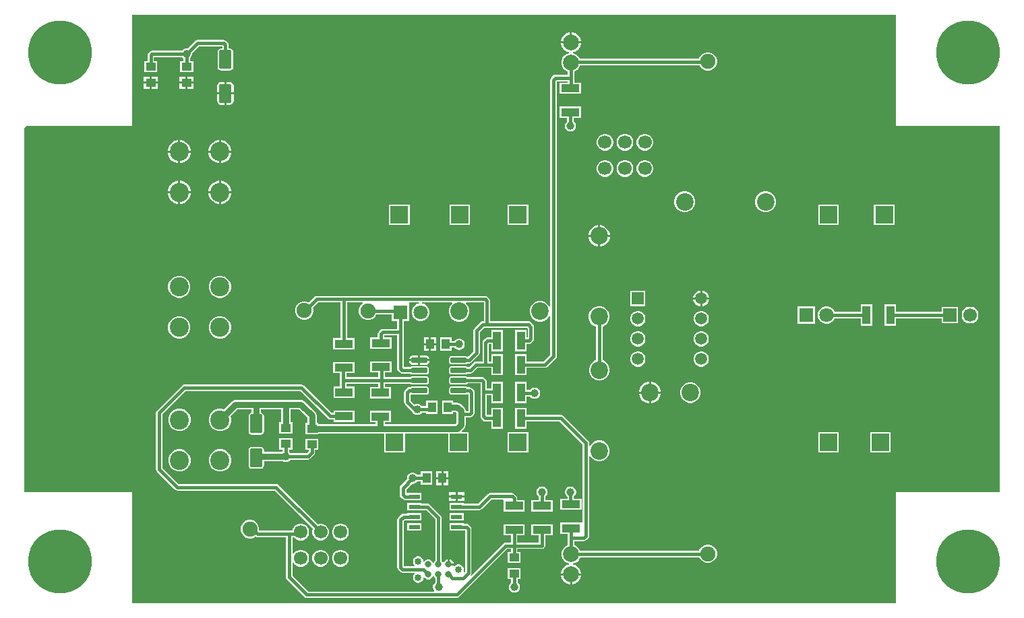
<source format=gbr>
G04*
G04 #@! TF.GenerationSoftware,Altium Limited,Altium Designer,24.1.2 (44)*
G04*
G04 Layer_Physical_Order=2*
G04 Layer_Color=8978557*
%FSLAX44Y44*%
%MOMM*%
G71*
G04*
G04 #@! TF.SameCoordinates,10F89063-6A89-4F28-B77B-1E7584C9D983*
G04*
G04*
G04 #@! TF.FilePolarity,Positive*
G04*
G01*
G75*
%ADD16C,0.2540*%
%ADD29C,0.8500*%
%ADD34C,0.4000*%
%ADD35C,1.9000*%
%ADD36C,2.0000*%
%ADD37C,1.8000*%
%ADD38R,1.8000X1.8000*%
%ADD39C,1.7000*%
%ADD40R,1.5000X1.5000*%
%ADD41C,1.5000*%
%ADD42C,2.4000*%
%ADD43C,8.0000*%
%ADD44R,1.7000X1.7000*%
%ADD45C,2.1996*%
%ADD46R,2.2000X2.2000*%
%ADD47R,2.2000X2.2000*%
%ADD48C,2.2000*%
%ADD49C,1.0000*%
%ADD50R,1.0160X2.2606*%
%ADD51R,2.2606X1.0160*%
%ADD52R,1.3970X0.5588*%
%ADD53R,1.2500X1.0000*%
%ADD54R,1.0000X1.2500*%
G04:AMPARAMS|DCode=55|XSize=2.33mm|YSize=1.55mm|CornerRadius=0.1938mm|HoleSize=0mm|Usage=FLASHONLY|Rotation=90.000|XOffset=0mm|YOffset=0mm|HoleType=Round|Shape=RoundedRectangle|*
%AMROUNDEDRECTD55*
21,1,2.3300,1.1625,0,0,90.0*
21,1,1.9425,1.5500,0,0,90.0*
1,1,0.3875,0.5813,0.9712*
1,1,0.3875,0.5813,-0.9712*
1,1,0.3875,-0.5813,-0.9712*
1,1,0.3875,-0.5813,0.9712*
%
%ADD55ROUNDEDRECTD55*%
G04:AMPARAMS|DCode=56|XSize=1.97mm|YSize=0.6mm|CornerRadius=0.075mm|HoleSize=0mm|Usage=FLASHONLY|Rotation=180.000|XOffset=0mm|YOffset=0mm|HoleType=Round|Shape=RoundedRectangle|*
%AMROUNDEDRECTD56*
21,1,1.9700,0.4500,0,0,180.0*
21,1,1.8200,0.6000,0,0,180.0*
1,1,0.1500,-0.9100,0.2250*
1,1,0.1500,0.9100,0.2250*
1,1,0.1500,0.9100,-0.2250*
1,1,0.1500,-0.9100,-0.2250*
%
%ADD56ROUNDEDRECTD56*%
%ADD57C,0.8000*%
%ADD58C,0.7620*%
G36*
X1130000Y627500D02*
X1260000D01*
Y167500D01*
X1130000D01*
Y27500D01*
X170000D01*
Y167500D01*
X35000D01*
Y625000D01*
X37500Y627500D01*
X170000D01*
Y767500D01*
X1130000D01*
Y627500D01*
D02*
G37*
%LPC*%
G36*
X285157Y736078D02*
X285157Y736078D01*
X252250D01*
X252250Y736078D01*
X250689Y735768D01*
X249366Y734884D01*
X239667Y725184D01*
X239422Y725250D01*
X237578D01*
X235798Y724773D01*
X234202Y723851D01*
X232899Y722548D01*
X232772Y722328D01*
X195238D01*
X193677Y722018D01*
X192354Y721134D01*
X192354Y721134D01*
X190866Y719646D01*
X189982Y718323D01*
X189672Y716762D01*
X189672Y716762D01*
Y709250D01*
X185500D01*
Y695250D01*
X202000D01*
Y709250D01*
X197829D01*
Y714172D01*
X232772D01*
X232899Y713952D01*
X234202Y712649D01*
X234672Y712377D01*
Y709250D01*
X230500D01*
Y695250D01*
X247000D01*
Y709250D01*
X242828D01*
Y712679D01*
X244101Y713952D01*
X245023Y715548D01*
X245500Y717328D01*
Y719172D01*
X245434Y719417D01*
X253939Y727922D01*
X283422D01*
Y725077D01*
X281688D01*
X280151Y724771D01*
X278849Y723901D01*
X277978Y722599D01*
X277673Y721062D01*
Y701637D01*
X277978Y700101D01*
X278849Y698799D01*
X280151Y697928D01*
X281688Y697623D01*
X293312D01*
X294849Y697928D01*
X296151Y698799D01*
X297022Y700101D01*
X297327Y701637D01*
Y721062D01*
X297022Y722599D01*
X296151Y723901D01*
X294849Y724771D01*
X293312Y725077D01*
X291578D01*
Y729657D01*
X291268Y731218D01*
X290384Y732541D01*
X290384Y732541D01*
X288041Y734884D01*
X286718Y735768D01*
X286459Y735819D01*
X285157Y736078D01*
D02*
G37*
G36*
X722991Y745490D02*
X722610D01*
Y734220D01*
X733880D01*
Y734601D01*
X733026Y737790D01*
X731375Y740650D01*
X729040Y742984D01*
X726180Y744635D01*
X722991Y745490D01*
D02*
G37*
G36*
X720070D02*
X719689D01*
X716500Y744635D01*
X713640Y742984D01*
X711306Y740650D01*
X709655Y737790D01*
X708800Y734601D01*
Y734220D01*
X720070D01*
Y745490D01*
D02*
G37*
G36*
X733880Y731680D02*
X721340D01*
X708800D01*
Y731299D01*
X709655Y728110D01*
X711306Y725250D01*
X713640Y722915D01*
X716500Y721265D01*
X718876Y720628D01*
Y719313D01*
X716708Y718732D01*
X713972Y717152D01*
X711738Y714918D01*
X710158Y712182D01*
X709340Y709130D01*
Y705970D01*
X710158Y702918D01*
X711738Y700182D01*
X713972Y697948D01*
X716708Y696368D01*
X717262Y696219D01*
Y692228D01*
X701928D01*
X700368Y691918D01*
X699044Y691034D01*
X699044Y691034D01*
X696701Y688691D01*
X695817Y687368D01*
X695507Y685807D01*
X695507Y685807D01*
Y400845D01*
X694237Y400504D01*
X692951Y402731D01*
X690531Y405151D01*
X687567Y406862D01*
X684261Y407748D01*
X680839D01*
X677533Y406862D01*
X674569Y405151D01*
X672149Y402731D01*
X670438Y399767D01*
X669552Y396461D01*
Y393039D01*
X670438Y389733D01*
X672149Y386769D01*
X674569Y384349D01*
X677533Y382638D01*
X680839Y381752D01*
X684261D01*
X687567Y382638D01*
X690531Y384349D01*
X692951Y386769D01*
X694237Y388996D01*
X695507Y388655D01*
Y340274D01*
X687061Y331828D01*
X665580D01*
Y341053D01*
X651420D01*
Y314447D01*
X665580D01*
Y323672D01*
X688750D01*
X688750Y323672D01*
X690311Y323982D01*
X691634Y324866D01*
X702469Y335701D01*
X702469Y335701D01*
X703353Y337024D01*
X703663Y338585D01*
X703663Y338585D01*
Y684072D01*
X717262D01*
Y682330D01*
X707447D01*
Y668170D01*
X734053D01*
Y682330D01*
X725418D01*
Y687750D01*
X725379Y687950D01*
X725418Y688150D01*
Y696219D01*
X725972Y696368D01*
X728708Y697948D01*
X730943Y700182D01*
X732522Y702918D01*
X732865Y704197D01*
X882994D01*
X884298Y701939D01*
X886439Y699798D01*
X889061Y698284D01*
X891986Y697500D01*
X895014D01*
X897939Y698284D01*
X900561Y699798D01*
X902702Y701939D01*
X904216Y704561D01*
X905000Y707486D01*
Y710514D01*
X904216Y713439D01*
X902702Y716061D01*
X900561Y718202D01*
X897939Y719716D01*
X895014Y720500D01*
X891986D01*
X889061Y719716D01*
X886439Y718202D01*
X884298Y716061D01*
X882784Y713439D01*
X882493Y712353D01*
X732423D01*
X730943Y714918D01*
X728708Y717152D01*
X725972Y718732D01*
X723804Y719313D01*
Y720628D01*
X726180Y721265D01*
X729040Y722915D01*
X731375Y725250D01*
X733026Y728110D01*
X733880Y731299D01*
Y731680D01*
D02*
G37*
G36*
X202540Y689790D02*
X195020D01*
Y683520D01*
X202540D01*
Y689790D01*
D02*
G37*
G36*
X192480D02*
X184960D01*
Y683520D01*
X192480D01*
Y689790D01*
D02*
G37*
G36*
X247540Y689790D02*
X240020D01*
Y683520D01*
X247540D01*
Y689790D01*
D02*
G37*
G36*
X237480D02*
X229960D01*
Y683520D01*
X237480D01*
Y689790D01*
D02*
G37*
G36*
X202540Y680980D02*
X195020D01*
Y674710D01*
X202540D01*
Y680980D01*
D02*
G37*
G36*
X192480D02*
X184960D01*
Y674710D01*
X192480D01*
Y680980D01*
D02*
G37*
G36*
X247540Y680980D02*
X240020D01*
Y674710D01*
X247540D01*
Y680980D01*
D02*
G37*
G36*
X237480D02*
X229960D01*
Y674710D01*
X237480D01*
Y680980D01*
D02*
G37*
G36*
X293312Y682928D02*
X288770D01*
Y669920D01*
X297878D01*
Y678363D01*
X297530Y680109D01*
X296541Y681591D01*
X295060Y682580D01*
X293312Y682928D01*
D02*
G37*
G36*
X286230D02*
X281688D01*
X279940Y682580D01*
X278459Y681591D01*
X277470Y680109D01*
X277122Y678363D01*
Y669920D01*
X286230D01*
Y682928D01*
D02*
G37*
G36*
X297878Y667380D02*
X288770D01*
Y654372D01*
X293312D01*
X295060Y654720D01*
X296541Y655709D01*
X297530Y657190D01*
X297878Y658938D01*
Y667380D01*
D02*
G37*
G36*
X286230D02*
X277122D01*
Y658938D01*
X277470Y657190D01*
X278459Y655709D01*
X279940Y654720D01*
X281688Y654372D01*
X286230D01*
Y667380D01*
D02*
G37*
G36*
X734053Y652330D02*
X707447D01*
Y638170D01*
X716672D01*
Y633478D01*
X716452Y633351D01*
X715149Y632048D01*
X714227Y630452D01*
X713750Y628671D01*
Y626828D01*
X714227Y625048D01*
X715149Y623452D01*
X716452Y622149D01*
X718048Y621227D01*
X719828Y620750D01*
X721672D01*
X723452Y621227D01*
X725048Y622149D01*
X726351Y623452D01*
X727273Y625048D01*
X727750Y626828D01*
Y628671D01*
X727273Y630452D01*
X726351Y632048D01*
X725048Y633351D01*
X724828Y633478D01*
Y638170D01*
X734053D01*
Y652330D01*
D02*
G37*
G36*
X282414Y610040D02*
X281770D01*
Y596770D01*
X295040D01*
Y597414D01*
X294049Y601112D01*
X292135Y604428D01*
X289428Y607135D01*
X286112Y609049D01*
X282414Y610040D01*
D02*
G37*
G36*
X231414D02*
X230770D01*
Y596770D01*
X244040D01*
Y597414D01*
X243049Y601112D01*
X241135Y604428D01*
X238428Y607135D01*
X235112Y609049D01*
X231414Y610040D01*
D02*
G37*
G36*
X228230D02*
X227586D01*
X223888Y609049D01*
X220572Y607135D01*
X217865Y604428D01*
X215951Y601112D01*
X214960Y597414D01*
Y596770D01*
X228230D01*
Y610040D01*
D02*
G37*
G36*
X279230D02*
X278586D01*
X274888Y609049D01*
X271572Y607135D01*
X268865Y604428D01*
X266951Y601112D01*
X265960Y597414D01*
Y596770D01*
X279230D01*
Y610040D01*
D02*
G37*
G36*
X815632Y617750D02*
X812868D01*
X810197Y617034D01*
X807803Y615652D01*
X805848Y613697D01*
X804466Y611303D01*
X803750Y608632D01*
Y605868D01*
X804466Y603197D01*
X805848Y600803D01*
X807803Y598848D01*
X810197Y597466D01*
X812868Y596750D01*
X815632D01*
X818303Y597466D01*
X820697Y598848D01*
X822652Y600803D01*
X824034Y603197D01*
X824750Y605868D01*
Y608632D01*
X824034Y611303D01*
X822652Y613697D01*
X820697Y615652D01*
X818303Y617034D01*
X815632Y617750D01*
D02*
G37*
G36*
X790632D02*
X787868D01*
X785197Y617034D01*
X782803Y615652D01*
X780848Y613697D01*
X779466Y611303D01*
X778750Y608632D01*
Y605868D01*
X779466Y603197D01*
X780848Y600803D01*
X782803Y598848D01*
X785197Y597466D01*
X787868Y596750D01*
X790632D01*
X793303Y597466D01*
X795697Y598848D01*
X797652Y600803D01*
X799034Y603197D01*
X799750Y605868D01*
Y608632D01*
X799034Y611303D01*
X797652Y613697D01*
X795697Y615652D01*
X793303Y617034D01*
X790632Y617750D01*
D02*
G37*
G36*
X765632D02*
X762868D01*
X760197Y617034D01*
X757803Y615652D01*
X755848Y613697D01*
X754466Y611303D01*
X753750Y608632D01*
Y605868D01*
X754466Y603197D01*
X755848Y600803D01*
X757803Y598848D01*
X760197Y597466D01*
X762868Y596750D01*
X765632D01*
X768303Y597466D01*
X770697Y598848D01*
X772652Y600803D01*
X774034Y603197D01*
X774750Y605868D01*
Y608632D01*
X774034Y611303D01*
X772652Y613697D01*
X770697Y615652D01*
X768303Y617034D01*
X765632Y617750D01*
D02*
G37*
G36*
X295040Y594230D02*
X281770D01*
Y580960D01*
X282414D01*
X286112Y581951D01*
X289428Y583865D01*
X292135Y586572D01*
X294049Y589888D01*
X295040Y593586D01*
Y594230D01*
D02*
G37*
G36*
X279230D02*
X265960D01*
Y593586D01*
X266951Y589888D01*
X268865Y586572D01*
X271572Y583865D01*
X274888Y581951D01*
X278586Y580960D01*
X279230D01*
Y594230D01*
D02*
G37*
G36*
X244040D02*
X230770D01*
Y580960D01*
X231414D01*
X235112Y581951D01*
X238428Y583865D01*
X241135Y586572D01*
X243049Y589888D01*
X244040Y593586D01*
Y594230D01*
D02*
G37*
G36*
X228230D02*
X214960D01*
Y593586D01*
X215951Y589888D01*
X217865Y586572D01*
X220572Y583865D01*
X223888Y581951D01*
X227586Y580960D01*
X228230D01*
Y594230D01*
D02*
G37*
G36*
X815632Y584750D02*
X812868D01*
X810197Y584034D01*
X807803Y582652D01*
X805848Y580697D01*
X804466Y578303D01*
X803750Y575632D01*
Y572868D01*
X804466Y570197D01*
X805848Y567803D01*
X807803Y565848D01*
X810197Y564466D01*
X812868Y563750D01*
X815632D01*
X818303Y564466D01*
X820697Y565848D01*
X822652Y567803D01*
X824034Y570197D01*
X824750Y572868D01*
Y575632D01*
X824034Y578303D01*
X822652Y580697D01*
X820697Y582652D01*
X818303Y584034D01*
X815632Y584750D01*
D02*
G37*
G36*
X790632D02*
X787868D01*
X785197Y584034D01*
X782803Y582652D01*
X780848Y580697D01*
X779466Y578303D01*
X778750Y575632D01*
Y572868D01*
X779466Y570197D01*
X780848Y567803D01*
X782803Y565848D01*
X785197Y564466D01*
X787868Y563750D01*
X790632D01*
X793303Y564466D01*
X795697Y565848D01*
X797652Y567803D01*
X799034Y570197D01*
X799750Y572868D01*
Y575632D01*
X799034Y578303D01*
X797652Y580697D01*
X795697Y582652D01*
X793303Y584034D01*
X790632Y584750D01*
D02*
G37*
G36*
X765632D02*
X762868D01*
X760197Y584034D01*
X757803Y582652D01*
X755848Y580697D01*
X754466Y578303D01*
X753750Y575632D01*
Y572868D01*
X754466Y570197D01*
X755848Y567803D01*
X757803Y565848D01*
X760197Y564466D01*
X762868Y563750D01*
X765632D01*
X768303Y564466D01*
X770697Y565848D01*
X772652Y567803D01*
X774034Y570197D01*
X774750Y572868D01*
Y575632D01*
X774034Y578303D01*
X772652Y580697D01*
X770697Y582652D01*
X768303Y584034D01*
X765632Y584750D01*
D02*
G37*
G36*
X282414Y559040D02*
X281770D01*
Y545770D01*
X295040D01*
Y546414D01*
X294049Y550112D01*
X292135Y553428D01*
X289428Y556135D01*
X286112Y558049D01*
X282414Y559040D01*
D02*
G37*
G36*
X231414D02*
X230770D01*
Y545770D01*
X244040D01*
Y546414D01*
X243049Y550112D01*
X241135Y553428D01*
X238428Y556135D01*
X235112Y558049D01*
X231414Y559040D01*
D02*
G37*
G36*
X228230D02*
X227586D01*
X223888Y558049D01*
X220572Y556135D01*
X217865Y553428D01*
X215951Y550112D01*
X214960Y546414D01*
Y545770D01*
X228230D01*
Y559040D01*
D02*
G37*
G36*
X279230D02*
X278586D01*
X274888Y558049D01*
X271572Y556135D01*
X268865Y553428D01*
X266951Y550112D01*
X265960Y546414D01*
Y545770D01*
X279230D01*
Y559040D01*
D02*
G37*
G36*
X295040Y543230D02*
X281770D01*
Y529960D01*
X282414D01*
X286112Y530951D01*
X289428Y532865D01*
X292135Y535572D01*
X294049Y538888D01*
X295040Y542586D01*
Y543230D01*
D02*
G37*
G36*
X279230D02*
X265960D01*
Y542586D01*
X266951Y538888D01*
X268865Y535572D01*
X271572Y532865D01*
X274888Y530951D01*
X278586Y529960D01*
X279230D01*
Y543230D01*
D02*
G37*
G36*
X244040D02*
X230770D01*
Y529960D01*
X231414D01*
X235112Y530951D01*
X238428Y532865D01*
X241135Y535572D01*
X243049Y538888D01*
X244040Y542586D01*
Y543230D01*
D02*
G37*
G36*
X228230D02*
X214960D01*
Y542586D01*
X215951Y538888D01*
X217865Y535572D01*
X220572Y532865D01*
X223888Y530951D01*
X227586Y529960D01*
X228230D01*
Y543230D01*
D02*
G37*
G36*
X967511Y545498D02*
X964089D01*
X960783Y544612D01*
X957819Y542901D01*
X955399Y540481D01*
X953688Y537517D01*
X952802Y534211D01*
Y530789D01*
X953688Y527483D01*
X955399Y524519D01*
X957819Y522099D01*
X960783Y520388D01*
X964089Y519502D01*
X967511D01*
X970817Y520388D01*
X973781Y522099D01*
X976201Y524519D01*
X977912Y527483D01*
X978798Y530789D01*
Y534211D01*
X977912Y537517D01*
X976201Y540481D01*
X973781Y542901D01*
X970817Y544612D01*
X967511Y545498D01*
D02*
G37*
G36*
X865911D02*
X862489D01*
X859183Y544612D01*
X856219Y542901D01*
X853799Y540481D01*
X852088Y537517D01*
X851202Y534211D01*
Y530789D01*
X852088Y527483D01*
X853799Y524519D01*
X856219Y522099D01*
X859183Y520388D01*
X862489Y519502D01*
X865911D01*
X869217Y520388D01*
X872181Y522099D01*
X874601Y524519D01*
X876312Y527483D01*
X877198Y530789D01*
Y534211D01*
X876312Y537517D01*
X874601Y540481D01*
X872181Y542901D01*
X869217Y544612D01*
X865911Y545498D01*
D02*
G37*
G36*
X594750Y529250D02*
X568750D01*
Y503250D01*
X594750D01*
Y529250D01*
D02*
G37*
G36*
X1128000Y529250D02*
X1102000D01*
Y503250D01*
X1128000D01*
Y529250D01*
D02*
G37*
G36*
X1058000D02*
X1032000D01*
Y503250D01*
X1058000D01*
Y529250D01*
D02*
G37*
G36*
X667745Y529249D02*
X641745D01*
Y503249D01*
X667745D01*
Y529249D01*
D02*
G37*
G36*
X518745D02*
X492745D01*
Y503249D01*
X518745D01*
Y529249D01*
D02*
G37*
G36*
X758532Y503088D02*
X758020D01*
Y490820D01*
X770288D01*
Y491332D01*
X769366Y494776D01*
X767583Y497863D01*
X765063Y500383D01*
X761976Y502166D01*
X758532Y503088D01*
D02*
G37*
G36*
X755480D02*
X754968D01*
X751525Y502166D01*
X748437Y500383D01*
X745917Y497863D01*
X744134Y494776D01*
X743212Y491332D01*
Y490820D01*
X755480D01*
Y503088D01*
D02*
G37*
G36*
X770288Y488280D02*
X758020D01*
Y476012D01*
X758532D01*
X761976Y476934D01*
X765063Y478717D01*
X767583Y481237D01*
X769366Y484324D01*
X770288Y487768D01*
Y488280D01*
D02*
G37*
G36*
X755480D02*
X743212D01*
Y487768D01*
X744134Y484324D01*
X745917Y481237D01*
X748437Y478717D01*
X751525Y476934D01*
X754968Y476012D01*
X755480D01*
Y488280D01*
D02*
G37*
G36*
X886272Y420890D02*
X886220D01*
Y412120D01*
X894990D01*
Y412172D01*
X894306Y414725D01*
X892984Y417015D01*
X891115Y418884D01*
X888825Y420206D01*
X886272Y420890D01*
D02*
G37*
G36*
X883680D02*
X883628D01*
X881075Y420206D01*
X878785Y418884D01*
X876916Y417015D01*
X875594Y414725D01*
X874910Y412172D01*
Y412120D01*
X883680D01*
Y420890D01*
D02*
G37*
G36*
X282343Y439500D02*
X278657D01*
X275096Y438546D01*
X271904Y436703D01*
X269297Y434096D01*
X267454Y430904D01*
X266500Y427343D01*
Y423657D01*
X267454Y420096D01*
X269297Y416904D01*
X271904Y414297D01*
X275096Y412454D01*
X278657Y411500D01*
X282343D01*
X285904Y412454D01*
X289096Y414297D01*
X291703Y416904D01*
X293546Y420096D01*
X294500Y423657D01*
Y427343D01*
X293546Y430904D01*
X291703Y434096D01*
X289096Y436703D01*
X285904Y438546D01*
X282343Y439500D01*
D02*
G37*
G36*
X231343D02*
X227657D01*
X224096Y438546D01*
X220904Y436703D01*
X218297Y434096D01*
X216454Y430904D01*
X215500Y427343D01*
Y423657D01*
X216454Y420096D01*
X218297Y416904D01*
X220904Y414297D01*
X224096Y412454D01*
X227657Y411500D01*
X231343D01*
X234904Y412454D01*
X238096Y414297D01*
X240703Y416904D01*
X242546Y420096D01*
X243500Y423657D01*
Y427343D01*
X242546Y430904D01*
X240703Y434096D01*
X238096Y436703D01*
X234904Y438546D01*
X231343Y439500D01*
D02*
G37*
G36*
X613657Y414078D02*
X613657Y414078D01*
X402000D01*
X400439Y413768D01*
X399116Y412884D01*
X399116Y412884D01*
X392054Y405822D01*
X390939Y406466D01*
X388014Y407250D01*
X384986D01*
X382061Y406466D01*
X379439Y404952D01*
X377298Y402811D01*
X375784Y400189D01*
X375000Y397264D01*
Y394236D01*
X375784Y391311D01*
X377298Y388689D01*
X379439Y386548D01*
X382061Y385034D01*
X384986Y384250D01*
X388014D01*
X390939Y385034D01*
X393561Y386548D01*
X395702Y388689D01*
X397216Y391311D01*
X398000Y394236D01*
Y397264D01*
X397373Y399605D01*
X403689Y405922D01*
X432172D01*
Y361080D01*
X422947D01*
Y346920D01*
X449553D01*
Y361080D01*
X440328D01*
Y405922D01*
X459530D01*
X459859Y404695D01*
X459439Y404452D01*
X457298Y402311D01*
X455784Y399689D01*
X455000Y396764D01*
Y393736D01*
X455784Y390811D01*
X457298Y388189D01*
X459439Y386048D01*
X462061Y384534D01*
X464986Y383750D01*
X468014D01*
X470939Y384534D01*
X473561Y386048D01*
X475702Y388189D01*
X477216Y390811D01*
X477313Y391172D01*
X496050D01*
Y382750D01*
X502972D01*
Y372578D01*
X485093D01*
X483532Y372268D01*
X482209Y371384D01*
X482209Y371384D01*
X479866Y369041D01*
X478982Y367718D01*
X478672Y366157D01*
X478672Y366157D01*
Y361830D01*
X469447D01*
Y347670D01*
X496053D01*
Y361830D01*
X486828D01*
Y364422D01*
X502972D01*
Y322935D01*
X502972Y322935D01*
X503282Y321374D01*
X504166Y320051D01*
X506509Y317708D01*
X506509Y317708D01*
X507832Y316824D01*
X509393Y316513D01*
X519802D01*
X519905Y316359D01*
X520815Y315751D01*
X521888Y315538D01*
X540088D01*
X541161Y315751D01*
X542070Y316359D01*
X542678Y317269D01*
X542892Y318342D01*
Y322841D01*
X542678Y323914D01*
X542070Y324824D01*
X541161Y325432D01*
X540088Y325645D01*
X521888D01*
X520815Y325432D01*
X519905Y324824D01*
X519802Y324670D01*
X511128D01*
Y368500D01*
Y382750D01*
X518050D01*
Y404750D01*
X518050D01*
X518288Y405922D01*
X530467D01*
X530635Y404652D01*
X528204Y404000D01*
X525696Y402552D01*
X523648Y400504D01*
X522200Y397996D01*
X521450Y395198D01*
Y392302D01*
X522200Y389504D01*
X523648Y386996D01*
X525696Y384948D01*
X528204Y383500D01*
X531002Y382750D01*
X533898D01*
X536696Y383500D01*
X539204Y384948D01*
X541252Y386996D01*
X542700Y389504D01*
X543450Y392302D01*
Y395198D01*
X542700Y397996D01*
X541252Y400504D01*
X539204Y402552D01*
X536696Y404000D01*
X534265Y404652D01*
X534433Y405922D01*
X571943D01*
X572469Y404652D01*
X570549Y402731D01*
X568838Y399767D01*
X567952Y396461D01*
Y393039D01*
X568838Y389733D01*
X570549Y386769D01*
X572969Y384349D01*
X575933Y382638D01*
X579239Y381752D01*
X582661D01*
X585967Y382638D01*
X588931Y384349D01*
X591351Y386769D01*
X593062Y389733D01*
X593948Y393039D01*
Y396461D01*
X593062Y399767D01*
X591351Y402731D01*
X589431Y404652D01*
X589957Y405922D01*
X611922D01*
Y382453D01*
X610750Y382328D01*
X609189Y382018D01*
X607866Y381134D01*
X600116Y373384D01*
X599232Y372061D01*
X598922Y370500D01*
X598922Y370500D01*
Y344439D01*
X592601Y338118D01*
X591470Y337524D01*
X590561Y338132D01*
X589488Y338345D01*
X571288D01*
X570215Y338132D01*
X569305Y337524D01*
X568697Y336614D01*
X568484Y335541D01*
Y331041D01*
X568697Y329968D01*
X569305Y329059D01*
X570215Y328451D01*
X571288Y328238D01*
X589488D01*
X590561Y328451D01*
X591470Y329059D01*
X591573Y329213D01*
X593541D01*
X593541Y329213D01*
X595102Y329524D01*
X596425Y330408D01*
X605884Y339866D01*
X605884Y339866D01*
X606768Y341189D01*
X607078Y342750D01*
Y368811D01*
X612439Y374172D01*
X666061D01*
X666922Y373311D01*
Y361828D01*
X665580D01*
Y371053D01*
X651420D01*
Y344447D01*
X665580D01*
Y353672D01*
X668657D01*
X668657Y353672D01*
X670218Y353982D01*
X671541Y354866D01*
X673884Y357209D01*
X673884Y357209D01*
X674768Y358532D01*
X675078Y360093D01*
Y375000D01*
X675078Y375000D01*
X674768Y376561D01*
X673884Y377884D01*
X670634Y381134D01*
X669311Y382018D01*
X667750Y382328D01*
X667750Y382328D01*
X620078D01*
Y407657D01*
X619768Y409218D01*
X618884Y410541D01*
X618884Y410541D01*
X616541Y412884D01*
X615218Y413768D01*
X614959Y413819D01*
X613657Y414078D01*
D02*
G37*
G36*
X815050Y420350D02*
X796050D01*
Y401350D01*
X815050D01*
Y420350D01*
D02*
G37*
G36*
X894990Y409580D02*
X886220D01*
Y400810D01*
X886272D01*
X888825Y401494D01*
X891115Y402816D01*
X892984Y404685D01*
X894306Y406975D01*
X894990Y409528D01*
Y409580D01*
D02*
G37*
G36*
X883680D02*
X874910D01*
Y409528D01*
X875594Y406975D01*
X876916Y404685D01*
X878785Y402816D01*
X881075Y401494D01*
X883628Y400810D01*
X883680D01*
Y409580D01*
D02*
G37*
G36*
X1099580Y403303D02*
X1085420D01*
Y394078D01*
X1052995D01*
X1052950Y394246D01*
X1051502Y396754D01*
X1049454Y398802D01*
X1046946Y400250D01*
X1044148Y401000D01*
X1041252D01*
X1038454Y400250D01*
X1035946Y398802D01*
X1033898Y396754D01*
X1032450Y394246D01*
X1031700Y391448D01*
Y388552D01*
X1032450Y385754D01*
X1033898Y383246D01*
X1035946Y381198D01*
X1038454Y379750D01*
X1041252Y379000D01*
X1044148D01*
X1046946Y379750D01*
X1049454Y381198D01*
X1051502Y383246D01*
X1052950Y385754D01*
X1052995Y385922D01*
X1085420D01*
Y376697D01*
X1099580D01*
Y403303D01*
D02*
G37*
G36*
X1224082Y400500D02*
X1221318D01*
X1218647Y399784D01*
X1216253Y398402D01*
X1214298Y396447D01*
X1212916Y394053D01*
X1212200Y391382D01*
Y388618D01*
X1212916Y385947D01*
X1214298Y383553D01*
X1216253Y381598D01*
X1218647Y380216D01*
X1221318Y379500D01*
X1224082D01*
X1226753Y380216D01*
X1229147Y381598D01*
X1231102Y383553D01*
X1232484Y385947D01*
X1233200Y388618D01*
Y391382D01*
X1232484Y394053D01*
X1231102Y396447D01*
X1229147Y398402D01*
X1226753Y399784D01*
X1224082Y400500D01*
D02*
G37*
G36*
X1129580Y403303D02*
X1115420D01*
Y376697D01*
X1129580D01*
Y385922D01*
X1186800D01*
Y379500D01*
X1207800D01*
Y400500D01*
X1186800D01*
Y394078D01*
X1129580D01*
Y403303D01*
D02*
G37*
G36*
X1028300Y401000D02*
X1006300D01*
Y379000D01*
X1028300D01*
Y401000D01*
D02*
G37*
G36*
X886201Y394950D02*
X883699D01*
X881283Y394303D01*
X879117Y393052D01*
X877348Y391283D01*
X876097Y389117D01*
X875450Y386701D01*
Y384199D01*
X876097Y381783D01*
X877348Y379617D01*
X879117Y377848D01*
X881283Y376597D01*
X883699Y375950D01*
X886201D01*
X888617Y376597D01*
X890783Y377848D01*
X892552Y379617D01*
X893803Y381783D01*
X894450Y384199D01*
Y386701D01*
X893803Y389117D01*
X892552Y391283D01*
X890783Y393052D01*
X888617Y394303D01*
X886201Y394950D01*
D02*
G37*
G36*
X806801D02*
X804299D01*
X801883Y394303D01*
X799717Y393052D01*
X797948Y391283D01*
X796697Y389117D01*
X796050Y386701D01*
Y384199D01*
X796697Y381783D01*
X797948Y379617D01*
X799717Y377848D01*
X801883Y376597D01*
X804299Y375950D01*
X806801D01*
X809217Y376597D01*
X811383Y377848D01*
X813152Y379617D01*
X814403Y381783D01*
X815050Y384199D01*
Y386701D01*
X814403Y389117D01*
X813152Y391283D01*
X811383Y393052D01*
X809217Y394303D01*
X806801Y394950D01*
D02*
G37*
G36*
X282343Y388500D02*
X278657D01*
X275096Y387546D01*
X271904Y385703D01*
X269297Y383096D01*
X267454Y379904D01*
X266500Y376343D01*
Y372657D01*
X267454Y369096D01*
X269297Y365904D01*
X271904Y363297D01*
X275096Y361454D01*
X278657Y360500D01*
X282343D01*
X285904Y361454D01*
X289096Y363297D01*
X291703Y365904D01*
X293546Y369096D01*
X294500Y372657D01*
Y376343D01*
X293546Y379904D01*
X291703Y383096D01*
X289096Y385703D01*
X285904Y387546D01*
X282343Y388500D01*
D02*
G37*
G36*
X231343D02*
X227657D01*
X224096Y387546D01*
X220904Y385703D01*
X218297Y383096D01*
X216454Y379904D01*
X215500Y376343D01*
Y372657D01*
X216454Y369096D01*
X218297Y365904D01*
X220904Y363297D01*
X224096Y361454D01*
X227657Y360500D01*
X231343D01*
X234904Y361454D01*
X238096Y363297D01*
X240703Y365904D01*
X242546Y369096D01*
X243500Y372657D01*
Y376343D01*
X242546Y379904D01*
X240703Y383096D01*
X238096Y385703D01*
X234904Y387546D01*
X231343Y388500D01*
D02*
G37*
G36*
X551790Y362290D02*
X545520D01*
Y354770D01*
X551790D01*
Y362290D01*
D02*
G37*
G36*
X542980D02*
X536710D01*
Y354770D01*
X542980D01*
Y362290D01*
D02*
G37*
G36*
X886201Y369550D02*
X883699D01*
X881283Y368903D01*
X879117Y367652D01*
X877348Y365883D01*
X876097Y363717D01*
X875450Y361301D01*
Y358799D01*
X876097Y356383D01*
X877348Y354217D01*
X879117Y352448D01*
X881283Y351197D01*
X883699Y350550D01*
X886201D01*
X888617Y351197D01*
X890783Y352448D01*
X892552Y354217D01*
X893803Y356383D01*
X894450Y358799D01*
Y361301D01*
X893803Y363717D01*
X892552Y365883D01*
X890783Y367652D01*
X888617Y368903D01*
X886201Y369550D01*
D02*
G37*
G36*
X806801D02*
X804299D01*
X801883Y368903D01*
X799717Y367652D01*
X797948Y365883D01*
X796697Y363717D01*
X796050Y361301D01*
Y358799D01*
X796697Y356383D01*
X797948Y354217D01*
X799717Y352448D01*
X801883Y351197D01*
X804299Y350550D01*
X806801D01*
X809217Y351197D01*
X811383Y352448D01*
X813152Y354217D01*
X814403Y356383D01*
X815050Y358799D01*
Y361301D01*
X814403Y363717D01*
X813152Y365883D01*
X811383Y367652D01*
X809217Y368903D01*
X806801Y369550D01*
D02*
G37*
G36*
X571250Y361750D02*
X557250D01*
Y345250D01*
X571250D01*
Y349172D01*
X575272D01*
X575399Y348952D01*
X576702Y347649D01*
X578298Y346727D01*
X580078Y346250D01*
X581922D01*
X583702Y346727D01*
X585298Y347649D01*
X586601Y348952D01*
X587523Y350548D01*
X588000Y352328D01*
Y354172D01*
X587523Y355952D01*
X586601Y357548D01*
X585298Y358851D01*
X583702Y359773D01*
X581922Y360250D01*
X580078D01*
X578298Y359773D01*
X576702Y358851D01*
X575399Y357548D01*
X575272Y357328D01*
X571250D01*
Y361750D01*
D02*
G37*
G36*
X551790Y352230D02*
X545520D01*
Y344710D01*
X551790D01*
Y352230D01*
D02*
G37*
G36*
X542980D02*
X536710D01*
Y344710D01*
X542980D01*
Y352230D01*
D02*
G37*
G36*
X635580Y371053D02*
X621420D01*
Y361828D01*
X616593D01*
X615032Y361518D01*
X613709Y360634D01*
X613709Y360634D01*
X611366Y358291D01*
X610482Y356968D01*
X610172Y355407D01*
X610172Y355407D01*
Y331828D01*
X602458D01*
X600898Y331518D01*
X599574Y330634D01*
X599574Y330634D01*
X593610Y324670D01*
X591573D01*
X591470Y324824D01*
X590561Y325432D01*
X589488Y325645D01*
X571288D01*
X570215Y325432D01*
X569305Y324824D01*
X568697Y323914D01*
X568484Y322841D01*
Y318342D01*
X568697Y317269D01*
X569305Y316359D01*
X570215Y315751D01*
X571288Y315538D01*
X589488D01*
X590561Y315751D01*
X591470Y316359D01*
X591573Y316513D01*
X595300D01*
X595300Y316513D01*
X596861Y316824D01*
X598184Y317708D01*
X604148Y323672D01*
X621420D01*
Y314447D01*
X635580D01*
Y341053D01*
X621420D01*
Y331828D01*
X618328D01*
Y353672D01*
X621420D01*
Y344447D01*
X635580D01*
Y371053D01*
D02*
G37*
G36*
X540088Y338896D02*
X532258D01*
Y334562D01*
X543442D01*
Y335541D01*
X543187Y336825D01*
X542460Y337914D01*
X541371Y338641D01*
X540088Y338896D01*
D02*
G37*
G36*
X529718D02*
X521888D01*
X520604Y338641D01*
X519516Y337914D01*
X518789Y336825D01*
X518533Y335541D01*
Y334562D01*
X529718D01*
Y338896D01*
D02*
G37*
G36*
X543442Y332021D02*
X532258D01*
Y327687D01*
X540088D01*
X541371Y327942D01*
X542460Y328670D01*
X543187Y329758D01*
X543442Y331041D01*
Y332021D01*
D02*
G37*
G36*
X529718D02*
X518533D01*
Y331041D01*
X518789Y329758D01*
X519516Y328670D01*
X520604Y327942D01*
X521888Y327687D01*
X529718D01*
Y332021D01*
D02*
G37*
G36*
X886201Y344150D02*
X883699D01*
X881283Y343503D01*
X879117Y342252D01*
X877348Y340483D01*
X876097Y338317D01*
X875450Y335901D01*
Y333399D01*
X876097Y330983D01*
X877348Y328817D01*
X879117Y327048D01*
X881283Y325797D01*
X883699Y325150D01*
X886201D01*
X888617Y325797D01*
X890783Y327048D01*
X892552Y328817D01*
X893803Y330983D01*
X894450Y333399D01*
Y335901D01*
X893803Y338317D01*
X892552Y340483D01*
X890783Y342252D01*
X888617Y343503D01*
X886201Y344150D01*
D02*
G37*
G36*
X806801D02*
X804299D01*
X801883Y343503D01*
X799717Y342252D01*
X797948Y340483D01*
X796697Y338317D01*
X796050Y335901D01*
Y333399D01*
X796697Y330983D01*
X797948Y328817D01*
X799717Y327048D01*
X801883Y325797D01*
X804299Y325150D01*
X806801D01*
X809217Y325797D01*
X811383Y327048D01*
X813152Y328817D01*
X814403Y330983D01*
X815050Y333399D01*
Y335901D01*
X814403Y338317D01*
X813152Y340483D01*
X811383Y342252D01*
X809217Y343503D01*
X806801Y344150D01*
D02*
G37*
G36*
X496053Y331830D02*
X469447D01*
Y317670D01*
X479422D01*
Y311970D01*
X439328D01*
Y316920D01*
X449553D01*
Y331080D01*
X422947D01*
Y316920D01*
X431172D01*
Y307892D01*
X431172Y307892D01*
X431172Y307891D01*
Y299830D01*
X423197D01*
Y285670D01*
X449803D01*
Y299830D01*
X439328D01*
Y303813D01*
X479422D01*
Y299580D01*
X468947D01*
Y285420D01*
X495553D01*
Y299580D01*
X487578D01*
Y303813D01*
X519802D01*
X519905Y303659D01*
X520815Y303051D01*
X521888Y302838D01*
X540088D01*
X541161Y303051D01*
X542070Y303659D01*
X542678Y304569D01*
X542892Y305641D01*
Y310142D01*
X542678Y311215D01*
X542070Y312124D01*
X541161Y312732D01*
X540088Y312945D01*
X521888D01*
X520815Y312732D01*
X519905Y312124D01*
X519802Y311970D01*
X487578D01*
Y317670D01*
X496053D01*
Y331830D01*
D02*
G37*
G36*
X758461Y400948D02*
X755039D01*
X751733Y400062D01*
X748769Y398351D01*
X746349Y395931D01*
X744638Y392967D01*
X743752Y389661D01*
Y386239D01*
X744638Y382933D01*
X746349Y379969D01*
X748769Y377549D01*
X751733Y375838D01*
X753172Y375452D01*
Y333231D01*
X751983Y332912D01*
X749019Y331201D01*
X746599Y328781D01*
X744888Y325817D01*
X744002Y322511D01*
Y319089D01*
X744888Y315783D01*
X746599Y312819D01*
X749019Y310399D01*
X751983Y308688D01*
X755289Y307802D01*
X758711D01*
X762017Y308688D01*
X764981Y310399D01*
X767401Y312819D01*
X769112Y315783D01*
X769998Y319089D01*
Y322511D01*
X769112Y325817D01*
X767401Y328781D01*
X764981Y331201D01*
X762017Y332912D01*
X761328Y333097D01*
Y375720D01*
X761767Y375838D01*
X764731Y377549D01*
X767151Y379969D01*
X768862Y382933D01*
X769748Y386239D01*
Y389661D01*
X768862Y392967D01*
X767151Y395931D01*
X764731Y398351D01*
X761767Y400062D01*
X758461Y400948D01*
D02*
G37*
G36*
X822383Y306040D02*
X821870D01*
Y293770D01*
X834140D01*
Y294283D01*
X833217Y297726D01*
X831435Y300814D01*
X828914Y303335D01*
X825826Y305117D01*
X822383Y306040D01*
D02*
G37*
G36*
X819330D02*
X818817D01*
X815374Y305117D01*
X812286Y303335D01*
X809765Y300814D01*
X807983Y297726D01*
X807060Y294283D01*
Y293770D01*
X819330D01*
Y306040D01*
D02*
G37*
G36*
X540088Y300245D02*
X521888D01*
X520815Y300032D01*
X519905Y299424D01*
X519822Y299299D01*
X518338D01*
X516777Y298989D01*
X515454Y298105D01*
X515454Y298104D01*
X513111Y295762D01*
X512227Y294438D01*
X511916Y292878D01*
X511916Y292878D01*
Y280506D01*
X511916Y280505D01*
X512227Y278945D01*
X513111Y277621D01*
X521170Y269562D01*
X521170Y269562D01*
X521838Y269116D01*
X521977Y268596D01*
X522899Y267000D01*
X524202Y265697D01*
X525798Y264775D01*
X527578Y264298D01*
X529422D01*
X531202Y264775D01*
X532798Y265697D01*
X534101Y267000D01*
X534228Y267220D01*
X539750D01*
Y265750D01*
X553750D01*
Y282250D01*
X539750D01*
Y275376D01*
X534228D01*
X534101Y275596D01*
X532798Y276900D01*
X531202Y277821D01*
X529422Y278298D01*
X527578D01*
X525798Y277821D01*
X524941Y277326D01*
X520073Y282195D01*
Y289436D01*
X521343Y290246D01*
X521888Y290138D01*
X540088D01*
X541161Y290351D01*
X542070Y290959D01*
X542678Y291868D01*
X542892Y292941D01*
Y297442D01*
X542678Y298514D01*
X542070Y299424D01*
X541161Y300032D01*
X540088Y300245D01*
D02*
G37*
G36*
X665580Y306053D02*
X651420D01*
Y279447D01*
X665580D01*
Y287672D01*
X670022D01*
X670149Y287452D01*
X671452Y286149D01*
X673048Y285227D01*
X674828Y284750D01*
X676672D01*
X678452Y285227D01*
X680048Y286149D01*
X681351Y287452D01*
X682273Y289048D01*
X682750Y290828D01*
Y292672D01*
X682273Y294452D01*
X681351Y296048D01*
X680048Y297351D01*
X678452Y298273D01*
X676672Y298750D01*
X674828D01*
X673048Y298273D01*
X671452Y297351D01*
X670149Y296048D01*
X670022Y295828D01*
X665580D01*
Y306053D01*
D02*
G37*
G36*
X873111Y305500D02*
X869688D01*
X866382Y304614D01*
X863418Y302903D01*
X860997Y300482D01*
X859286Y297518D01*
X858400Y294212D01*
Y290788D01*
X859286Y287482D01*
X860997Y284518D01*
X863418Y282097D01*
X866382Y280386D01*
X869688Y279500D01*
X873111D01*
X876418Y280386D01*
X879382Y282097D01*
X881803Y284518D01*
X883514Y287482D01*
X884400Y290788D01*
Y294212D01*
X883514Y297518D01*
X881803Y300482D01*
X879382Y302903D01*
X876418Y304614D01*
X873111Y305500D01*
D02*
G37*
G36*
X589488Y312945D02*
X571288D01*
X570215Y312732D01*
X569305Y312124D01*
X568697Y311215D01*
X568484Y310142D01*
Y305641D01*
X568697Y304569D01*
X569305Y303659D01*
X570215Y303051D01*
X571288Y302838D01*
X589488D01*
X590561Y303051D01*
X591470Y303659D01*
X591813Y304172D01*
X607672D01*
Y293657D01*
Y262593D01*
X607672Y262593D01*
X607982Y261032D01*
X608866Y259709D01*
X611209Y257366D01*
X611209Y257366D01*
X612532Y256482D01*
X614093Y256172D01*
X621420D01*
Y246947D01*
X635580D01*
Y273553D01*
X621420D01*
Y264328D01*
X615828D01*
Y289578D01*
X621420D01*
Y279447D01*
X635580D01*
Y306053D01*
X621420D01*
Y297735D01*
X615828D01*
Y305907D01*
X615518Y307468D01*
X614634Y308791D01*
X614634Y308791D01*
X612291Y311134D01*
X610968Y312018D01*
X609407Y312328D01*
X609407Y312328D01*
X591165D01*
X590561Y312732D01*
X589488Y312945D01*
D02*
G37*
G36*
X834140Y291230D02*
X821870D01*
Y278960D01*
X822383D01*
X825826Y279883D01*
X828914Y281665D01*
X831435Y284186D01*
X833217Y287274D01*
X834140Y290717D01*
Y291230D01*
D02*
G37*
G36*
X819330D02*
X807060D01*
Y290717D01*
X807983Y287274D01*
X809765Y284186D01*
X812286Y281665D01*
X815374Y279883D01*
X818817Y278960D01*
X819330D01*
Y291230D01*
D02*
G37*
G36*
X589488Y300245D02*
X571288D01*
X570215Y300032D01*
X569305Y299424D01*
X568697Y298514D01*
X568484Y297442D01*
Y292941D01*
X568697Y291868D01*
X569305Y290959D01*
X570215Y290351D01*
X571288Y290138D01*
X589488D01*
X590561Y290351D01*
X591152Y290746D01*
X592224Y290345D01*
X592422Y290183D01*
Y269328D01*
X589174D01*
Y269536D01*
X588723Y271803D01*
X587439Y273725D01*
X582975Y278189D01*
X581053Y279473D01*
X578787Y279924D01*
X573750D01*
Y282250D01*
X559750D01*
Y265750D01*
X573750D01*
Y268076D01*
X576333D01*
X577326Y267083D01*
Y254167D01*
X576333Y253174D01*
X488174D01*
Y255420D01*
X495553D01*
Y269580D01*
X468947D01*
Y255420D01*
X476326D01*
Y253174D01*
X404250D01*
Y254250D01*
X401924D01*
Y264000D01*
X401473Y266267D01*
X400189Y268189D01*
X386439Y281939D01*
X384517Y283223D01*
X382250Y283674D01*
X300250D01*
X297983Y283223D01*
X296061Y281939D01*
X285574Y271451D01*
X282593Y272250D01*
X278907D01*
X275346Y271296D01*
X272154Y269453D01*
X269547Y266846D01*
X267704Y263654D01*
X266750Y260093D01*
Y256407D01*
X267704Y252846D01*
X269547Y249654D01*
X272154Y247047D01*
X275346Y245204D01*
X278907Y244250D01*
X282593D01*
X286154Y245204D01*
X289346Y247047D01*
X291953Y249654D01*
X293796Y252846D01*
X294750Y256407D01*
Y260093D01*
X293951Y263074D01*
X302704Y271826D01*
X320326D01*
Y267055D01*
X318901Y266772D01*
X317599Y265901D01*
X316728Y264599D01*
X316423Y263062D01*
Y243638D01*
X316728Y242101D01*
X317599Y240799D01*
X318901Y239928D01*
X320438Y239623D01*
X332062D01*
X333599Y239928D01*
X334901Y240799D01*
X335771Y242101D01*
X336077Y243638D01*
Y263062D01*
X335771Y264599D01*
X334901Y265901D01*
X333599Y266772D01*
X332174Y267055D01*
Y271826D01*
X357826D01*
Y255000D01*
X355250D01*
Y241000D01*
X371750D01*
Y255000D01*
X369674D01*
Y271826D01*
X379796D01*
X390076Y261546D01*
Y254250D01*
X387750D01*
Y240250D01*
X404250D01*
Y240945D01*
X404360Y240967D01*
X404898Y241326D01*
X487000D01*
Y217000D01*
X513000D01*
Y241326D01*
X567000D01*
Y217000D01*
X593000D01*
Y243000D01*
X584710D01*
X584184Y244270D01*
X587439Y247525D01*
X588723Y249447D01*
X589174Y251714D01*
Y261172D01*
X594157D01*
X594157Y261172D01*
X595718Y261482D01*
X597041Y262366D01*
X599384Y264709D01*
X599384Y264709D01*
X600268Y266032D01*
X600578Y267593D01*
Y292848D01*
X600268Y294409D01*
X599384Y295732D01*
X599384Y295732D01*
X597041Y298075D01*
X595718Y298959D01*
X594157Y299270D01*
X594157Y299270D01*
X591573D01*
X591470Y299424D01*
X590561Y300032D01*
X589488Y300245D01*
D02*
G37*
G36*
X383250Y302578D02*
X383250Y302578D01*
X235500D01*
X233939Y302268D01*
X232616Y301384D01*
X232616Y301384D01*
X201366Y270134D01*
X200482Y268811D01*
X200172Y267250D01*
X200172Y267250D01*
Y196000D01*
X200172Y196000D01*
X200482Y194439D01*
X201366Y193116D01*
X223866Y170616D01*
X223866Y170616D01*
X225189Y169732D01*
X226750Y169422D01*
X349061D01*
X397208Y121274D01*
X396500Y118632D01*
Y115868D01*
X397216Y113197D01*
X398598Y110803D01*
X400553Y108848D01*
X402947Y107466D01*
X405618Y106750D01*
X408382D01*
X411053Y107466D01*
X413447Y108848D01*
X415402Y110803D01*
X416784Y113197D01*
X417500Y115868D01*
Y118632D01*
X416784Y121303D01*
X415402Y123697D01*
X413447Y125652D01*
X411053Y127034D01*
X408382Y127750D01*
X405618D01*
X402976Y127042D01*
X353634Y176384D01*
X352311Y177268D01*
X350750Y177578D01*
X350750Y177578D01*
X228439D01*
X208328Y197689D01*
Y265561D01*
X237189Y294422D01*
X381561D01*
X416116Y259866D01*
X416116Y259866D01*
X417439Y258982D01*
X419000Y258672D01*
X419000Y258672D01*
X423197D01*
Y255670D01*
X449803D01*
Y269830D01*
X423197D01*
Y266828D01*
X420689D01*
X386134Y301384D01*
X384811Y302268D01*
X384552Y302319D01*
X383250Y302578D01*
D02*
G37*
G36*
X231593Y272250D02*
X227907D01*
X224346Y271296D01*
X221154Y269453D01*
X218547Y266846D01*
X216704Y263654D01*
X215750Y260093D01*
Y256407D01*
X216704Y252846D01*
X218547Y249654D01*
X221154Y247047D01*
X224346Y245204D01*
X227907Y244250D01*
X231593D01*
X235154Y245204D01*
X238346Y247047D01*
X240953Y249654D01*
X242796Y252846D01*
X243750Y256407D01*
Y260093D01*
X242796Y263654D01*
X240953Y266846D01*
X238346Y269453D01*
X235154Y271296D01*
X231593Y272250D01*
D02*
G37*
G36*
X371750Y235000D02*
X355250D01*
Y221000D01*
X359422D01*
Y218174D01*
X336077D01*
Y220362D01*
X335771Y221899D01*
X334901Y223201D01*
X333599Y224072D01*
X332062Y224377D01*
X320438D01*
X318901Y224072D01*
X317599Y223201D01*
X316728Y221899D01*
X316423Y220362D01*
Y200938D01*
X316728Y199401D01*
X317599Y198099D01*
X318901Y197229D01*
X320438Y196923D01*
X332062D01*
X333599Y197229D01*
X334901Y198099D01*
X335771Y199401D01*
X336077Y200938D01*
Y206326D01*
X359760D01*
X360798Y205727D01*
X362578Y205250D01*
X364422D01*
X366202Y205727D01*
X367798Y206649D01*
X369101Y207952D01*
X369228Y208172D01*
X391000D01*
X391000Y208172D01*
X392561Y208482D01*
X393884Y209366D01*
X398884Y214366D01*
X398884Y214366D01*
X399768Y215689D01*
X400078Y217250D01*
X400078Y217250D01*
Y220250D01*
X404250D01*
Y234250D01*
X387750D01*
Y220250D01*
X391922D01*
Y218939D01*
X389311Y216328D01*
X369228D01*
X369101Y216548D01*
X367798Y217851D01*
X367578Y217978D01*
Y221000D01*
X371750D01*
Y235000D01*
D02*
G37*
G36*
X1123000Y243000D02*
X1097000D01*
Y217000D01*
X1123000D01*
Y243000D01*
D02*
G37*
G36*
X1058000D02*
X1032000D01*
Y217000D01*
X1058000D01*
Y243000D01*
D02*
G37*
G36*
X668000D02*
X642000D01*
Y217000D01*
X668000D01*
Y243000D01*
D02*
G37*
G36*
X665580Y273553D02*
X651420D01*
Y246947D01*
X665580D01*
Y256172D01*
X707311D01*
X736089Y227393D01*
Y115158D01*
X736073Y115154D01*
X734803Y116179D01*
Y129080D01*
X708197D01*
Y114920D01*
X717422D01*
Y109772D01*
Y100488D01*
X717028Y100382D01*
X714292Y98802D01*
X712057Y96568D01*
X710478Y93832D01*
X709660Y90780D01*
Y87620D01*
X710478Y84568D01*
X712057Y81832D01*
X714292Y79598D01*
X717028Y78018D01*
X719196Y77437D01*
Y76122D01*
X716820Y75485D01*
X713960Y73835D01*
X711625Y71500D01*
X709975Y68640D01*
X709120Y65451D01*
Y65070D01*
X721660D01*
X734200D01*
Y65451D01*
X733345Y68640D01*
X731694Y71500D01*
X729360Y73835D01*
X726500Y75485D01*
X724124Y76122D01*
Y77437D01*
X726292Y78018D01*
X729028Y79598D01*
X731262Y81832D01*
X732842Y84568D01*
X733064Y85397D01*
X882761D01*
X882784Y85311D01*
X884298Y82689D01*
X886439Y80548D01*
X889061Y79034D01*
X891986Y78250D01*
X895014D01*
X897939Y79034D01*
X900561Y80548D01*
X902702Y82689D01*
X904216Y85311D01*
X905000Y88236D01*
Y91264D01*
X904216Y94189D01*
X902702Y96811D01*
X900561Y98952D01*
X897939Y100466D01*
X895014Y101250D01*
X891986D01*
X889061Y100466D01*
X886439Y98952D01*
X884298Y96811D01*
X882784Y94189D01*
X882613Y93553D01*
X732917D01*
X732842Y93832D01*
X731262Y96568D01*
X729028Y98802D01*
X726292Y100382D01*
X725578Y100573D01*
Y105694D01*
X737825D01*
X737825Y105694D01*
X739385Y106004D01*
X740708Y106888D01*
X743052Y109232D01*
X743052Y109232D01*
X743936Y110555D01*
X744246Y112115D01*
Y212754D01*
X745516Y213094D01*
X746599Y211219D01*
X749019Y208799D01*
X751983Y207088D01*
X755289Y206202D01*
X758711D01*
X762017Y207088D01*
X764981Y208799D01*
X767401Y211219D01*
X769112Y214183D01*
X769998Y217489D01*
Y220911D01*
X769112Y224217D01*
X767401Y227181D01*
X764981Y229601D01*
X762017Y231312D01*
X758711Y232198D01*
X755289D01*
X751983Y231312D01*
X749019Y229601D01*
X746599Y227181D01*
X745516Y225306D01*
X744246Y225646D01*
Y229082D01*
X743936Y230643D01*
X743052Y231966D01*
X743052Y231966D01*
X711884Y263134D01*
X710561Y264018D01*
X709000Y264328D01*
X709000Y264328D01*
X665580D01*
Y273553D01*
D02*
G37*
G36*
X282593Y221250D02*
X278907D01*
X275346Y220296D01*
X272154Y218453D01*
X269547Y215846D01*
X267704Y212654D01*
X266750Y209093D01*
Y205407D01*
X267704Y201846D01*
X269547Y198654D01*
X272154Y196047D01*
X275346Y194204D01*
X278907Y193250D01*
X282593D01*
X286154Y194204D01*
X289346Y196047D01*
X291953Y198654D01*
X293796Y201846D01*
X294750Y205407D01*
Y209093D01*
X293796Y212654D01*
X291953Y215846D01*
X289346Y218453D01*
X286154Y220296D01*
X282593Y221250D01*
D02*
G37*
G36*
X231593D02*
X227907D01*
X224346Y220296D01*
X221154Y218453D01*
X218547Y215846D01*
X216704Y212654D01*
X215750Y209093D01*
Y205407D01*
X216704Y201846D01*
X218547Y198654D01*
X221154Y196047D01*
X224346Y194204D01*
X227907Y193250D01*
X231593D01*
X235154Y194204D01*
X238346Y196047D01*
X240953Y198654D01*
X242796Y201846D01*
X243750Y205407D01*
Y209093D01*
X242796Y212654D01*
X240953Y215846D01*
X238346Y218453D01*
X235154Y220296D01*
X231593Y221250D01*
D02*
G37*
G36*
X547000Y193250D02*
X533000D01*
Y189078D01*
X528071D01*
X526798Y190351D01*
X525202Y191273D01*
X523422Y191750D01*
X521578D01*
X519798Y191273D01*
X518202Y190351D01*
X516899Y189048D01*
X515977Y187452D01*
X515500Y185672D01*
Y183828D01*
X515566Y183583D01*
X507616Y175634D01*
X506732Y174311D01*
X506422Y172750D01*
X506422Y172750D01*
Y163888D01*
X506422Y163888D01*
X506732Y162327D01*
X507616Y161004D01*
X509959Y158661D01*
X509959Y158661D01*
X511282Y157777D01*
X512843Y157467D01*
X515742D01*
Y156796D01*
X533712D01*
Y166384D01*
X515742D01*
Y166384D01*
X514578Y166641D01*
Y171061D01*
X521333Y177816D01*
X521578Y177750D01*
X523422D01*
X525202Y178227D01*
X526798Y179149D01*
X528101Y180452D01*
X528373Y180922D01*
X533000D01*
Y176750D01*
X547000D01*
Y193250D01*
D02*
G37*
G36*
X567540Y193790D02*
X561270D01*
Y186270D01*
X567540D01*
Y193790D01*
D02*
G37*
G36*
X558730D02*
X552460D01*
Y186270D01*
X558730D01*
Y193790D01*
D02*
G37*
G36*
X567540Y183730D02*
X561270D01*
Y176210D01*
X567540D01*
Y183730D01*
D02*
G37*
G36*
X558730D02*
X552460D01*
Y176210D01*
X558730D01*
Y183730D01*
D02*
G37*
G36*
X647657Y166078D02*
X647657Y166078D01*
X619843D01*
X619843Y166078D01*
X618282Y165768D01*
X616959Y164884D01*
X605044Y152968D01*
X586798D01*
Y153684D01*
X568828D01*
Y144096D01*
X586798D01*
Y144812D01*
X606733D01*
X606733Y144812D01*
X608294Y145122D01*
X609617Y146006D01*
X621533Y157922D01*
X635776D01*
X636697Y157080D01*
Y142920D01*
X663303D01*
Y157080D01*
X654078D01*
Y159657D01*
X653768Y161218D01*
X652884Y162541D01*
X652884Y162541D01*
X650541Y164884D01*
X649218Y165768D01*
X648959Y165819D01*
X647657Y166078D01*
D02*
G37*
G36*
X587338Y166924D02*
X579083D01*
Y162860D01*
X587338D01*
Y166924D01*
D02*
G37*
G36*
X576543D02*
X568288D01*
Y162860D01*
X576543D01*
Y166924D01*
D02*
G37*
G36*
X587338Y160320D02*
X579083D01*
Y156256D01*
X587338D01*
Y160320D01*
D02*
G37*
G36*
X576543D02*
X568288D01*
Y156256D01*
X576543D01*
Y160320D01*
D02*
G37*
G36*
X721922Y174500D02*
X720078D01*
X718298Y174023D01*
X716702Y173101D01*
X715399Y171798D01*
X714477Y170202D01*
X714000Y168422D01*
Y166579D01*
X714477Y164798D01*
X715399Y163202D01*
X716702Y161899D01*
X716922Y161772D01*
Y159080D01*
X708197D01*
Y144920D01*
X734803D01*
Y159080D01*
X725078D01*
Y161772D01*
X725298Y161899D01*
X726601Y163202D01*
X727523Y164798D01*
X728000Y166579D01*
Y168422D01*
X727523Y170202D01*
X726601Y171798D01*
X725298Y173101D01*
X723702Y174023D01*
X721922Y174500D01*
D02*
G37*
G36*
X685922Y174500D02*
X684078D01*
X682298Y174023D01*
X680702Y173101D01*
X679399Y171798D01*
X678477Y170202D01*
X678000Y168422D01*
Y166578D01*
X678477Y164798D01*
X679399Y163202D01*
X680702Y161899D01*
X680922Y161772D01*
Y157080D01*
X671697D01*
Y142920D01*
X698303D01*
Y157080D01*
X689078D01*
Y161772D01*
X689298Y161899D01*
X690601Y163202D01*
X691523Y164798D01*
X692000Y166578D01*
Y168422D01*
X691523Y170202D01*
X690601Y171798D01*
X689298Y173101D01*
X687702Y174023D01*
X685922Y174500D01*
D02*
G37*
G36*
X586798Y140984D02*
X568828D01*
Y131396D01*
X586798D01*
Y140984D01*
D02*
G37*
G36*
X533712Y153684D02*
X515742D01*
Y144096D01*
X533712D01*
Y144812D01*
X539421D01*
X550922Y133311D01*
Y80757D01*
X549913Y79749D01*
X549337Y78358D01*
X547963D01*
X547387Y79749D01*
X545699Y81437D01*
X543493Y82350D01*
X541106D01*
X538901Y81437D01*
X537370Y79905D01*
X536632Y80034D01*
X536100Y80295D01*
Y81016D01*
X535657Y82669D01*
X534801Y84151D01*
X533591Y85361D01*
X532109Y86217D01*
X530456Y86660D01*
X528744D01*
X527091Y86217D01*
X525609Y85361D01*
X524399Y84151D01*
X523543Y82669D01*
X523100Y81016D01*
Y79304D01*
X523543Y77651D01*
X524399Y76169D01*
X525219Y75348D01*
X524693Y74078D01*
X511578D01*
Y130811D01*
X512879Y132112D01*
X515742D01*
Y131396D01*
X533712D01*
Y140984D01*
X515742D01*
Y140268D01*
X511190D01*
X509629Y139958D01*
X508306Y139074D01*
X508306Y139074D01*
X504616Y135384D01*
X503732Y134061D01*
X503422Y132500D01*
X503422Y132500D01*
Y72343D01*
X503422Y72343D01*
X503732Y70782D01*
X504616Y69459D01*
X506959Y67116D01*
X506959Y67116D01*
X508282Y66232D01*
X509843Y65922D01*
X524693D01*
X525219Y64652D01*
X524399Y63831D01*
X523543Y62349D01*
X523100Y60696D01*
Y58984D01*
X523543Y57331D01*
X524399Y55849D01*
X525609Y54639D01*
X527091Y53783D01*
X528744Y53340D01*
X530456D01*
X532109Y53783D01*
X533591Y54639D01*
X534801Y55849D01*
X535657Y57331D01*
X536100Y58984D01*
Y59705D01*
X536632Y59966D01*
X537370Y60095D01*
X538901Y58563D01*
X541106Y57650D01*
X543493D01*
X545699Y58563D01*
X547387Y60251D01*
X547963Y61642D01*
X549337D01*
X549913Y60251D01*
X551047Y59118D01*
Y53906D01*
X550952Y53851D01*
X549649Y52548D01*
X548727Y50952D01*
X548250Y49172D01*
Y47328D01*
X548727Y45548D01*
X549649Y43952D01*
X550002Y43598D01*
X549476Y42328D01*
X391439D01*
X371422Y62346D01*
Y79033D01*
X372691Y79373D01*
X373598Y77803D01*
X375553Y75848D01*
X377947Y74466D01*
X380618Y73750D01*
X383382D01*
X386053Y74466D01*
X388447Y75848D01*
X390402Y77803D01*
X391784Y80197D01*
X392500Y82868D01*
Y85632D01*
X391784Y88303D01*
X390402Y90697D01*
X388447Y92652D01*
X386053Y94034D01*
X383382Y94750D01*
X380618D01*
X377947Y94034D01*
X375553Y92652D01*
X373598Y90697D01*
X372691Y89127D01*
X371422Y89467D01*
Y110684D01*
X373717D01*
X375553Y108848D01*
X377947Y107466D01*
X380618Y106750D01*
X383382D01*
X386053Y107466D01*
X388447Y108848D01*
X390402Y110803D01*
X391784Y113197D01*
X392500Y115868D01*
Y118632D01*
X391784Y121303D01*
X390402Y123697D01*
X388447Y125652D01*
X386053Y127034D01*
X383382Y127750D01*
X380618D01*
X377947Y127034D01*
X375553Y125652D01*
X373598Y123697D01*
X372216Y121303D01*
X371556Y118841D01*
X330959D01*
X329750Y119236D01*
Y122264D01*
X328966Y125189D01*
X327452Y127811D01*
X325311Y129952D01*
X322689Y131466D01*
X319764Y132250D01*
X316736D01*
X313811Y131466D01*
X311189Y129952D01*
X309048Y127811D01*
X307534Y125189D01*
X306750Y122264D01*
Y119236D01*
X307534Y116311D01*
X309048Y113689D01*
X311189Y111548D01*
X313811Y110034D01*
X316736Y109250D01*
X319764D01*
X322689Y110034D01*
X325311Y111548D01*
X325469Y111705D01*
X326532Y110995D01*
X328093Y110684D01*
X328093Y110684D01*
X363265D01*
Y60657D01*
X363265Y60657D01*
X363575Y59096D01*
X364459Y57773D01*
X386866Y35366D01*
X386866Y35366D01*
X388189Y34482D01*
X389750Y34172D01*
X389750Y34172D01*
X578000D01*
X578000Y34172D01*
X579561Y34482D01*
X580884Y35366D01*
X641439Y95921D01*
X645922D01*
Y92000D01*
X641750D01*
Y78000D01*
X658250D01*
Y92000D01*
X654079D01*
Y95922D01*
X685000D01*
X686561Y96232D01*
X687884Y97116D01*
X688768Y98439D01*
X689078Y100000D01*
Y112920D01*
X698303D01*
Y127080D01*
X671697D01*
Y112920D01*
X680922D01*
Y104078D01*
X654078D01*
Y112920D01*
X663303D01*
Y127080D01*
X636697D01*
Y112920D01*
X645922D01*
Y104078D01*
X639750D01*
X639750Y104078D01*
X638189Y103768D01*
X636866Y102884D01*
X636866Y102884D01*
X596548Y62566D01*
X595561Y63375D01*
X596268Y64432D01*
X596578Y65993D01*
X596578Y65993D01*
Y121147D01*
X596268Y122708D01*
X595384Y124031D01*
X595384Y124031D01*
X593041Y126374D01*
X591718Y127258D01*
X590157Y127568D01*
X590157Y127568D01*
X586798D01*
Y128284D01*
X568828D01*
Y118696D01*
X586798D01*
Y119412D01*
X588422D01*
Y67682D01*
X587504Y66765D01*
X586457Y67491D01*
X586900Y69144D01*
Y70856D01*
X586457Y72509D01*
X585601Y73991D01*
X584391Y75201D01*
X582909Y76057D01*
X581256Y76500D01*
X579544D01*
X577891Y76057D01*
X576409Y75201D01*
X575199Y73991D01*
X575114Y73845D01*
X573931Y74335D01*
X574130Y75080D01*
X567700D01*
Y76350D01*
X566430D01*
Y82780D01*
X565176Y82444D01*
X563684Y81583D01*
X562467Y80366D01*
X561732Y79094D01*
X560963Y78993D01*
X560353Y79106D01*
X560087Y79749D01*
X559078Y80757D01*
Y135000D01*
X558768Y136561D01*
X557884Y137884D01*
X543994Y151774D01*
X542671Y152658D01*
X541110Y152968D01*
X541110Y152968D01*
X533712D01*
Y153684D01*
D02*
G37*
G36*
Y128284D02*
X515742D01*
Y118696D01*
X533712D01*
Y128284D01*
D02*
G37*
G36*
X433382Y127750D02*
X430618D01*
X427947Y127034D01*
X425553Y125652D01*
X423598Y123697D01*
X422216Y121303D01*
X421500Y118632D01*
Y115868D01*
X422216Y113197D01*
X423598Y110803D01*
X425553Y108848D01*
X427947Y107466D01*
X430618Y106750D01*
X433382D01*
X436053Y107466D01*
X438447Y108848D01*
X440402Y110803D01*
X441784Y113197D01*
X442500Y115868D01*
Y118632D01*
X441784Y121303D01*
X440402Y123697D01*
X438447Y125652D01*
X436053Y127034D01*
X433382Y127750D01*
D02*
G37*
G36*
X568970Y82780D02*
Y77620D01*
X574130D01*
X573794Y78874D01*
X572933Y80366D01*
X571716Y81583D01*
X570224Y82444D01*
X568970Y82780D01*
D02*
G37*
G36*
X433382Y94750D02*
X430618D01*
X427947Y94034D01*
X425553Y92652D01*
X423598Y90697D01*
X422216Y88303D01*
X421500Y85632D01*
Y82868D01*
X422216Y80197D01*
X423598Y77803D01*
X425553Y75848D01*
X427947Y74466D01*
X430618Y73750D01*
X433382D01*
X436053Y74466D01*
X438447Y75848D01*
X440402Y77803D01*
X441784Y80197D01*
X442500Y82868D01*
Y85632D01*
X441784Y88303D01*
X440402Y90697D01*
X438447Y92652D01*
X436053Y94034D01*
X433382Y94750D01*
D02*
G37*
G36*
X408382D02*
X405618D01*
X402947Y94034D01*
X400553Y92652D01*
X398598Y90697D01*
X397216Y88303D01*
X396500Y85632D01*
Y82868D01*
X397216Y80197D01*
X398598Y77803D01*
X400553Y75848D01*
X402947Y74466D01*
X405618Y73750D01*
X408382D01*
X411053Y74466D01*
X413447Y75848D01*
X415402Y77803D01*
X416784Y80197D01*
X417500Y82868D01*
Y85632D01*
X416784Y88303D01*
X415402Y90697D01*
X413447Y92652D01*
X411053Y94034D01*
X408382Y94750D01*
D02*
G37*
G36*
X734200Y62530D02*
X722930D01*
Y51260D01*
X723311D01*
X726500Y52115D01*
X729360Y53766D01*
X731694Y56100D01*
X733345Y58960D01*
X734200Y62149D01*
Y62530D01*
D02*
G37*
G36*
X720390D02*
X709120D01*
Y62149D01*
X709975Y58960D01*
X711625Y56100D01*
X713960Y53766D01*
X716820Y52115D01*
X720009Y51260D01*
X720390D01*
Y62530D01*
D02*
G37*
G36*
X658250Y72000D02*
X641750D01*
Y58000D01*
X646422D01*
Y53728D01*
X646202Y53601D01*
X644899Y52298D01*
X643977Y50702D01*
X643500Y48922D01*
Y47078D01*
X643977Y45298D01*
X644899Y43702D01*
X646202Y42399D01*
X647798Y41477D01*
X649578Y41000D01*
X651422D01*
X653202Y41477D01*
X654798Y42399D01*
X656101Y43702D01*
X657023Y45298D01*
X657500Y47078D01*
Y48922D01*
X657023Y50702D01*
X656101Y52298D01*
X654798Y53601D01*
X654578Y53728D01*
Y58000D01*
X658250D01*
Y72000D01*
D02*
G37*
%LPD*%
D16*
X280500Y595500D02*
X281729Y596729D01*
Y662879D02*
X287500Y668650D01*
X720750Y645250D02*
X720750Y645250D01*
X721500Y152000D02*
X721500Y152000D01*
X238750Y702250D02*
X238750Y702250D01*
D29*
X529600Y59840D02*
D03*
Y80160D02*
D03*
X580400Y70000D02*
D03*
D34*
X722065Y708275D02*
X893500D01*
X524054Y272446D02*
X527352D01*
X515995Y280505D02*
Y292878D01*
X527352Y272446D02*
X528500Y271298D01*
X515995Y280505D02*
X524054Y272446D01*
X528500Y271298D02*
X544048D01*
X546750Y274000D01*
X515995Y292878D02*
X518338Y295221D01*
X530959D01*
X482750Y354750D02*
Y366157D01*
X485093Y368500D01*
X507050D01*
Y393750D01*
Y322935D02*
Y368500D01*
X387750Y395750D02*
X402000Y410000D01*
X386500Y395750D02*
X387750D01*
X402000Y410000D02*
X436250D01*
X721340Y707550D02*
X722065Y708275D01*
X893225Y89475D02*
X893500Y89750D01*
X721935Y89475D02*
X893225D01*
X721660Y89200D02*
X721935Y89475D01*
X328093Y114763D02*
X367343D01*
X322106Y120750D02*
X328093Y114763D01*
X318250Y120750D02*
X322106D01*
X374169Y114763D02*
X379513D01*
X367343Y60657D02*
X389750Y38250D01*
X367343Y114763D02*
X374169D01*
X367343Y60657D02*
Y114763D01*
X374169D02*
X379513D01*
X382000Y117250D01*
X389750Y38250D02*
X552500D01*
X578000D01*
X709000Y260250D02*
X740168Y229082D01*
X658500Y260250D02*
X709000D01*
X740168Y112115D02*
Y229082D01*
X721500Y109772D02*
X737825D01*
X740168Y112115D01*
X721500Y89360D02*
Y109772D01*
Y109772D02*
Y122000D01*
X568143Y63650D02*
X572543Y59250D01*
X585757D02*
X592500Y65993D01*
X572543Y59250D02*
X585757D01*
X567700Y63650D02*
X568143D01*
X592500Y65993D02*
Y121147D01*
X639750Y100000D02*
X650000D01*
X578000Y38250D02*
X639750Y100000D01*
X606733Y148890D02*
X619843Y162000D01*
X577813Y148890D02*
X606733D01*
X701928Y688150D02*
X721340D01*
X699585Y685807D02*
X701928Y688150D01*
X699585Y338585D02*
Y685807D01*
X721340Y675840D02*
Y687750D01*
X720750Y675250D02*
X721340Y675840D01*
X688750Y327750D02*
X699585Y338585D01*
X658500Y327750D02*
X688750D01*
X721340Y688150D02*
Y707550D01*
X363500Y212250D02*
Y228000D01*
X363500Y228000D02*
X363500Y228000D01*
X650000Y100000D02*
X685000D01*
X650000Y85000D02*
Y100000D01*
X436250Y410000D02*
X613657D01*
X436250Y354000D02*
Y410000D01*
X505550Y395250D02*
X507050Y393750D01*
X466500Y395250D02*
X505550D01*
X650000Y100000D02*
Y120000D01*
X685000Y100000D02*
Y120000D01*
X658500Y357750D02*
X668657D01*
X667750Y378250D02*
X671000Y375000D01*
Y360093D02*
Y375000D01*
X668657Y357750D02*
X671000Y360093D01*
X509393Y320592D02*
X530988D01*
X507050Y322935D02*
X509393Y320592D01*
X564500Y353250D02*
X581000D01*
X564250Y353500D02*
X564500Y353250D01*
X616000Y378250D02*
Y407657D01*
X613657Y410000D02*
X616000Y407657D01*
X564250Y353500D02*
Y354750D01*
X756750Y387950D02*
X757250Y387450D01*
Y321050D02*
Y387450D01*
X757000Y320800D02*
X757250Y321050D01*
X650000Y65000D02*
X650500Y64500D01*
Y48000D02*
Y64500D01*
X647657Y162000D02*
X650000Y159657D01*
X619843Y162000D02*
X647657D01*
X650000Y150000D02*
Y159657D01*
X238500Y718250D02*
X252250Y732000D01*
X285157D01*
X195238Y718250D02*
X238500D01*
X193750Y716762D02*
X195238Y718250D01*
X193750Y702250D02*
Y716762D01*
X287500Y711350D02*
Y729657D01*
X285157Y732000D02*
X287500Y729657D01*
X235500Y298500D02*
X383250D01*
X204250Y196000D02*
Y267250D01*
X235500Y298500D01*
X204250Y196000D02*
X226750Y173500D01*
X350750D01*
X383250Y298500D02*
X419000Y262750D01*
X436500D01*
X555125Y48375D02*
X555250Y48250D01*
X555000Y63650D02*
X555125Y63525D01*
Y48375D02*
Y63525D01*
X238500Y718250D02*
X238750Y718000D01*
Y702250D02*
Y718000D01*
X658500Y292750D02*
X659500Y291750D01*
X675750D01*
X721000Y152500D02*
X721500Y152000D01*
X721000Y152500D02*
Y167500D01*
X720750Y627750D02*
X720750Y627750D01*
Y645250D01*
X396000Y217250D02*
Y227250D01*
X391000Y212250D02*
X396000Y217250D01*
X363500Y212250D02*
X391000D01*
X326250Y210650D02*
X327850Y212250D01*
X512843Y161545D02*
X524682D01*
X510500Y163888D02*
X512843Y161545D01*
X510500Y172750D02*
X522500Y184750D01*
X510500Y163888D02*
Y172750D01*
X522500Y184750D02*
X522750Y185000D01*
X610750Y378250D02*
X616000D01*
X667750D01*
X603000Y370500D02*
X610750Y378250D01*
X603000Y342750D02*
Y370500D01*
X593541Y333292D02*
X603000Y342750D01*
X580388Y333292D02*
X593541D01*
X614250Y327750D02*
Y355407D01*
X602458Y327750D02*
X614250D01*
X628500D01*
X595300Y320592D02*
X602458Y327750D01*
X580388Y320592D02*
X595300D01*
X614250Y355407D02*
X616593Y357750D01*
X628500D01*
X350750Y173500D02*
X407000Y117250D01*
X435250Y307892D02*
X435250Y307892D01*
X435250Y307892D02*
Y323000D01*
Y294000D02*
Y307892D01*
X435250Y307892D02*
X483500D01*
Y293750D02*
Y307892D01*
X482250Y292500D02*
X483500Y293750D01*
X435250Y294000D02*
X436500Y292750D01*
X435250Y323000D02*
X436250Y324000D01*
X596500Y267593D02*
Y292848D01*
X583250Y265250D02*
X594157D01*
X596500Y267593D01*
X483500Y307892D02*
Y324000D01*
X482750Y324750D02*
X483500Y324000D01*
Y307892D02*
X530988D01*
X594157Y295191D02*
X596500Y292848D01*
X580388Y295191D02*
X594157D01*
X530959Y295221D02*
X530988Y295191D01*
X627593Y293657D02*
X628500Y292750D01*
X611750Y293657D02*
X627593D01*
X580388Y307892D02*
X580746Y308250D01*
X611750Y293657D02*
Y305907D01*
X580746Y308250D02*
X609407D01*
X611750Y305907D01*
Y262593D02*
Y293657D01*
X614093Y260250D02*
X628500D01*
X611750Y262593D02*
X614093Y260250D01*
X524682Y161545D02*
X524727Y161590D01*
X522750Y185000D02*
X540000D01*
X540000Y185000D01*
X280500Y595500D02*
Y600843D01*
X524727Y148890D02*
X541110D01*
X555000Y76350D02*
Y135000D01*
X541110Y148890D02*
X555000Y135000D01*
X509843Y70000D02*
X535950D01*
X507500Y72343D02*
X509843Y70000D01*
X507500Y132500D02*
X511190Y136190D01*
X507500Y72343D02*
Y132500D01*
X577813Y123490D02*
X590157D01*
X592500Y121147D01*
X535950Y70000D02*
X542300Y63650D01*
X511190Y136190D02*
X524727D01*
X685000Y150000D02*
Y167500D01*
X1122500Y390000D02*
X1197300D01*
X1042764D02*
X1092500D01*
X721500Y152000D02*
X721500Y152000D01*
D35*
X893500Y89750D02*
D03*
X466500Y395250D02*
D03*
X386500Y395750D02*
D03*
X893500Y709000D02*
D03*
X318250Y120750D02*
D03*
D36*
X721340Y732950D02*
D03*
Y707550D02*
D03*
X721660Y89200D02*
D03*
Y63800D02*
D03*
D37*
X532450Y393750D02*
D03*
X1042700Y390000D02*
D03*
D38*
X507050Y393750D02*
D03*
X1017300Y390000D02*
D03*
D39*
X789250Y574250D02*
D03*
X764250D02*
D03*
Y607250D02*
D03*
X789250D02*
D03*
X814250D02*
D03*
Y574250D02*
D03*
X407000Y84250D02*
D03*
X382000D02*
D03*
Y117250D02*
D03*
X407000D02*
D03*
X432000D02*
D03*
Y84250D02*
D03*
X1222700Y390000D02*
D03*
D40*
X805550Y410850D02*
D03*
D41*
Y385450D02*
D03*
Y360050D02*
D03*
Y334650D02*
D03*
X884950D02*
D03*
Y360050D02*
D03*
Y385450D02*
D03*
Y410850D02*
D03*
D42*
X280750Y207250D02*
D03*
X229750D02*
D03*
X280750Y258250D02*
D03*
X229750D02*
D03*
X229500Y595500D02*
D03*
X280500D02*
D03*
X229500Y544500D02*
D03*
X280500D02*
D03*
X229500Y425500D02*
D03*
X280500D02*
D03*
X229500Y374500D02*
D03*
X280500D02*
D03*
D43*
X1220000Y720000D02*
D03*
X80000D02*
D03*
Y80000D02*
D03*
X1220000D02*
D03*
D44*
X1197300Y390000D02*
D03*
D45*
X757000Y219200D02*
D03*
Y320800D02*
D03*
X580950Y394750D02*
D03*
X682550D02*
D03*
X756750Y489550D02*
D03*
Y387950D02*
D03*
X864200Y532500D02*
D03*
X965800D02*
D03*
D46*
X654745Y516249D02*
D03*
X581750Y516250D02*
D03*
X505745Y516249D02*
D03*
X655000Y230000D02*
D03*
X580000D02*
D03*
X500000D02*
D03*
X1115000Y516250D02*
D03*
X1045000D02*
D03*
Y230000D02*
D03*
D47*
X1110000D02*
D03*
D48*
X820600Y292500D02*
D03*
X871400D02*
D03*
D49*
X528500Y271298D02*
D03*
X581000Y353250D02*
D03*
X650500Y48000D02*
D03*
X555250Y48250D02*
D03*
X238500Y718250D02*
D03*
X675750Y291750D02*
D03*
X721000Y167500D02*
D03*
X720750Y627750D02*
D03*
X685000Y167500D02*
D03*
X363500Y212250D02*
D03*
X522500Y184750D02*
D03*
D50*
X628500Y357750D02*
D03*
X658500D02*
D03*
X658500Y327750D02*
D03*
X628500D02*
D03*
X658500Y260250D02*
D03*
X628500D02*
D03*
X1092500Y390000D02*
D03*
X1122500D02*
D03*
X658500Y292750D02*
D03*
X628500D02*
D03*
D51*
X482750Y324750D02*
D03*
Y354750D02*
D03*
X482250Y262500D02*
D03*
Y292500D02*
D03*
X720750Y645250D02*
D03*
Y675250D02*
D03*
X436250Y354000D02*
D03*
Y324000D02*
D03*
X436500Y262750D02*
D03*
Y292750D02*
D03*
X721500Y152000D02*
D03*
Y122000D02*
D03*
X650000Y120000D02*
D03*
Y150000D02*
D03*
X685000D02*
D03*
Y120000D02*
D03*
D52*
X524727Y161590D02*
D03*
Y148890D02*
D03*
Y136190D02*
D03*
Y123490D02*
D03*
X577813D02*
D03*
Y136190D02*
D03*
Y148890D02*
D03*
Y161590D02*
D03*
D53*
X193750Y702250D02*
D03*
Y682250D02*
D03*
X650000Y85000D02*
D03*
Y65000D02*
D03*
X396000Y227250D02*
D03*
Y247250D02*
D03*
X238750Y702250D02*
D03*
Y682250D02*
D03*
X363500Y248000D02*
D03*
Y228000D02*
D03*
D54*
X546750Y274000D02*
D03*
X566750D02*
D03*
X564250Y353500D02*
D03*
X544250D02*
D03*
X560000Y185000D02*
D03*
X540000D02*
D03*
D55*
X287500Y711350D02*
D03*
Y668650D02*
D03*
X326250Y253350D02*
D03*
Y210650D02*
D03*
D56*
X530988Y333292D02*
D03*
Y320592D02*
D03*
Y307892D02*
D03*
Y295191D02*
D03*
X580388D02*
D03*
Y307892D02*
D03*
Y320592D02*
D03*
Y333292D02*
D03*
D57*
X542300Y76350D02*
D03*
X567700Y63650D02*
D03*
Y76350D02*
D03*
X555000Y63650D02*
D03*
X542300D02*
D03*
X555000Y76350D02*
D03*
D58*
X363500Y248000D02*
X363750Y248250D01*
Y277750D01*
X327850Y212250D02*
X363500D01*
X363750Y277750D02*
X382250D01*
X396000Y247250D02*
Y264000D01*
X382250Y277750D02*
X396000Y264000D01*
X396000Y247250D02*
X396000Y247250D01*
X396440Y246810D02*
X401724D01*
X396000Y247250D02*
X396440Y246810D01*
X402904Y247250D02*
X578787D01*
X402093Y246440D02*
X402904Y247250D01*
X401724Y246810D02*
X402093Y246440D01*
X578787Y247250D02*
X583250Y251714D01*
Y265250D01*
X482250Y248500D02*
Y262500D01*
X583250Y265250D02*
Y269536D01*
X578787Y274000D02*
X583250Y269536D01*
X566750Y274000D02*
X578787D01*
X326250Y253350D02*
Y277750D01*
X280750Y258250D02*
X300250Y277750D01*
X326250D01*
X363750D01*
M02*

</source>
